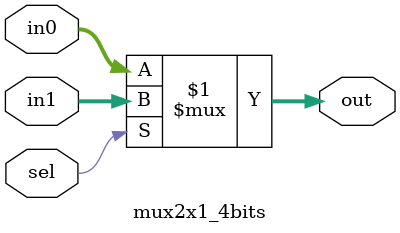
<source format=v>
module mux2x1_4bits (
    input  [3:0] in0,      //! Entrada 0 (4 bits)
    input  [3:0] in1,      //! Entrada 1 (4 bits)
    input  sel,            //! Sinal de seleção (1 bit)
    output [3:0] out       //! Saída do multiplexador (4 bits)
);
    // Atribuição combinacional
    assign out = (sel) ? in1 : in0; //! Seleciona in1 se sel = 1, caso contrário in0
endmodule

</source>
